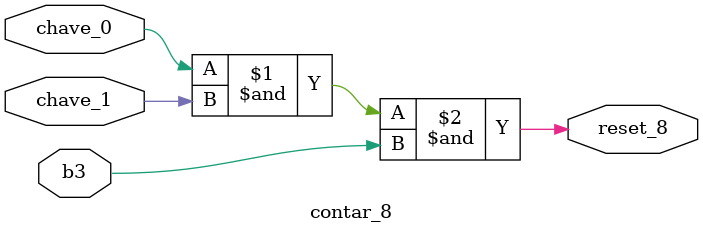
<source format=v>
module contar_8(reset_8, chave_0, chave_1, b3);
	input chave_0, chave_1, b3;
	output reset_8;
	
	and And_contar_8(reset_8, chave_0, chave_1, b3);
endmodule
</source>
